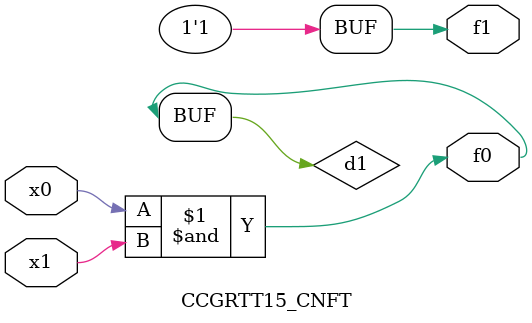
<source format=v>
module CCGRTT15_CNFT(
	input x0, x1,
	output f0, f1
);

	wire d1;

	assign f0 = d1;
	and (d1, x0, x1);
	assign f1 = 1'b1;
endmodule

</source>
